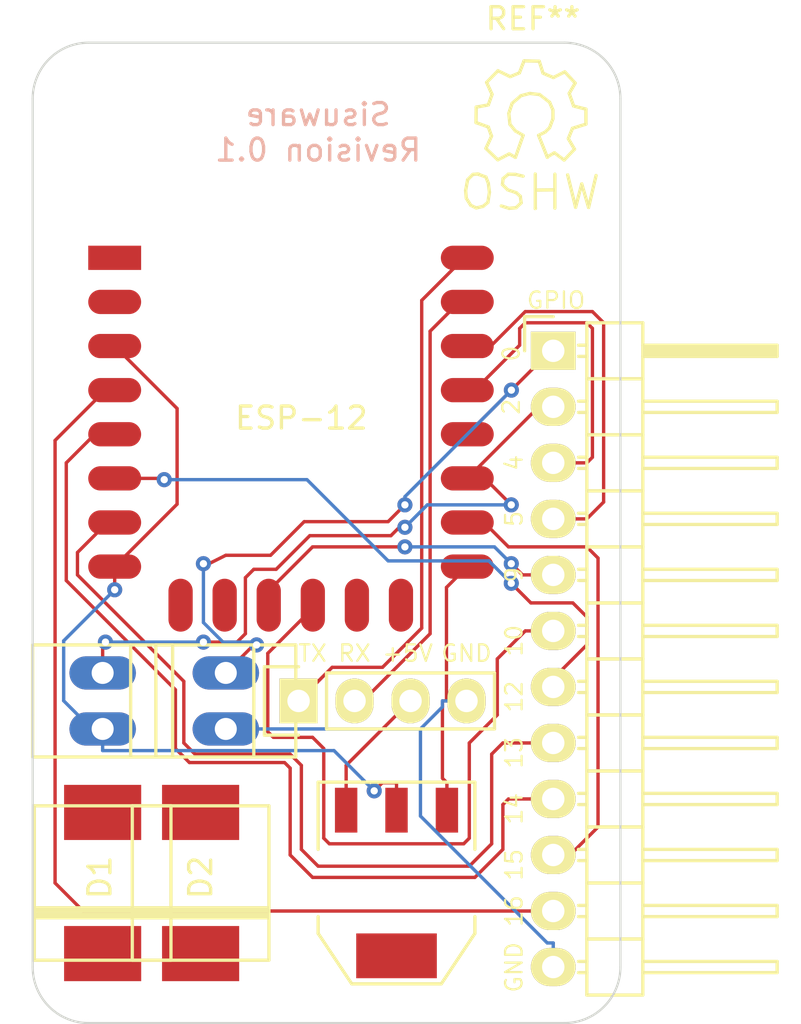
<source format=kicad_pcb>
(kicad_pcb (version 20171130) (host pcbnew "(5.1.12)-1")

  (general
    (thickness 1.6002)
    (drawings 28)
    (tracks 204)
    (zones 0)
    (modules 9)
    (nets 23)
  )

  (page A4)
  (layers
    (0 Top signal)
    (31 Bottom signal)
    (33 F.Adhes user hide)
    (34 B.Paste user hide)
    (35 F.Paste user hide)
    (36 B.SilkS user)
    (37 F.SilkS user)
    (38 B.Mask user hide)
    (39 F.Mask user hide)
    (40 Dwgs.User user hide)
    (41 Cmts.User user hide)
    (42 Eco1.User user)
    (43 Eco2.User user)
    (44 Edge.Cuts user)
    (45 Margin user)
    (47 F.CrtYd user hide)
    (49 F.Fab user)
  )

  (setup
    (last_trace_width 0.1524)
    (trace_clearance 0.1524)
    (zone_clearance 0.508)
    (zone_45_only no)
    (trace_min 0.1524)
    (via_size 0.6858)
    (via_drill 0.3302)
    (via_min_size 0.6858)
    (via_min_drill 0.3302)
    (uvia_size 0.762)
    (uvia_drill 0.508)
    (uvias_allowed no)
    (uvia_min_size 0)
    (uvia_min_drill 0)
    (edge_width 0.1)
    (segment_width 0.2)
    (pcb_text_width 0.3)
    (pcb_text_size 1.5 1.5)
    (mod_edge_width 0.15)
    (mod_text_size 1 1)
    (mod_text_width 0.15)
    (pad_size 1.50622 3.01498)
    (pad_drill 0.99822)
    (pad_to_mask_clearance 0)
    (aux_axis_origin 0 0)
    (visible_elements 7FFFFFFF)
    (pcbplotparams
      (layerselection 0x01030_80000001)
      (usegerberextensions false)
      (usegerberattributes true)
      (usegerberadvancedattributes true)
      (creategerberjobfile true)
      (excludeedgelayer true)
      (linewidth 0.100000)
      (plotframeref false)
      (viasonmask false)
      (mode 1)
      (useauxorigin false)
      (hpglpennumber 1)
      (hpglpenspeed 20)
      (hpglpendiameter 15.000000)
      (psnegative false)
      (psa4output false)
      (plotreference true)
      (plotvalue true)
      (plotinvisibletext false)
      (padsonsilk false)
      (subtractmaskfromsilk false)
      (outputformat 1)
      (mirror false)
      (drillshape 0)
      (scaleselection 1)
      (outputdirectory ""))
  )

  (net 0 "")
  (net 1 GND)
  (net 2 GPIO2)
  (net 3 EN)
  (net 4 GPIO0)
  (net 5 GPIO4)
  (net 6 GPIO5)
  (net 7 GPIO9)
  (net 8 GPIO10)
  (net 9 GPIO12)
  (net 10 GPIO13)
  (net 11 GPIO14)
  (net 12 GPIO15)
  (net 13 GPIO16)
  (net 14 TXD0)
  (net 15 RXD0)
  (net 16 +5V)
  (net 17 "Net-(U2-Pad9)")
  (net 18 "Net-(U2-Pad10)")
  (net 19 "Net-(U2-Pad13)")
  (net 20 "Net-(U2-Pad14)")
  (net 21 RST)
  (net 22 ADC)

  (net_class Default "This is the default net class."
    (clearance 0.1524)
    (trace_width 0.1524)
    (via_dia 0.6858)
    (via_drill 0.3302)
    (uvia_dia 0.762)
    (uvia_drill 0.508)
    (add_net +5V)
    (add_net ADC)
    (add_net EN)
    (add_net GND)
    (add_net GPIO0)
    (add_net GPIO10)
    (add_net GPIO12)
    (add_net GPIO13)
    (add_net GPIO14)
    (add_net GPIO15)
    (add_net GPIO16)
    (add_net GPIO2)
    (add_net GPIO4)
    (add_net GPIO5)
    (add_net GPIO9)
    (add_net "Net-(U2-Pad10)")
    (add_net "Net-(U2-Pad13)")
    (add_net "Net-(U2-Pad14)")
    (add_net "Net-(U2-Pad9)")
    (add_net RST)
    (add_net RXD0)
    (add_net TXD0)
  )

  (module ESP8266:ESP-12E (layer Top) (tedit 5782F033) (tstamp 577FF28A)
    (at 148.501 105.004)
    (descr "Module, ESP-8266, ESP-12, 16 pad, SMD")
    (tags "Module ESP-8266 ESP8266")
    (path /577FEB58)
    (fp_text reference ESP-12 (at 8.4709 7.2644) (layer F.SilkS)
      (effects (font (size 1 1) (thickness 0.15)))
    )
    (fp_text value ESP-12E (at 8 1) (layer F.Fab)
      (effects (font (size 1 1) (thickness 0.15)))
    )
    (fp_line (start 0 -8.4) (end 16 -8.4) (layer F.Fab) (width 0.1524))
    (fp_line (start 0 15.6) (end 0 -8.4) (layer F.Fab) (width 0.1524))
    (fp_line (start 16 15.6) (end 0 15.6) (layer F.Fab) (width 0.1524))
    (fp_line (start 16 -8.4) (end 16 15.6) (layer F.Fab) (width 0.1524))
    (fp_line (start 16 -8.4) (end 0 -8.4) (layer F.CrtYd) (width 0.1524))
    (fp_line (start 16 -2.6) (end 16 -8.4) (layer F.CrtYd) (width 0.1524))
    (fp_line (start 0 -2.6) (end 16 -2.6) (layer F.CrtYd) (width 0.1524))
    (fp_line (start 0 -8.4) (end 0 -2.6) (layer F.CrtYd) (width 0.1524))
    (fp_line (start 0 -8.4) (end 16 -2.6) (layer F.CrtYd) (width 0.1524))
    (fp_line (start 16 -8.4) (end 0 -2.6) (layer F.CrtYd) (width 0.1524))
    (fp_text user "No Copper" (at 7.9 -5.4) (layer F.CrtYd)
      (effects (font (size 1 1) (thickness 0.15)))
    )
    (pad 9 smd oval (at 2.99 15.75 90) (size 2.4 1.1) (layers Top F.Paste F.Mask)
      (net 17 "Net-(U2-Pad9)"))
    (pad 10 smd oval (at 4.99 15.75 90) (size 2.4 1.1) (layers Top F.Paste F.Mask)
      (net 18 "Net-(U2-Pad10)"))
    (pad 11 smd oval (at 6.99 15.75 90) (size 2.4 1.1) (layers Top F.Paste F.Mask)
      (net 7 GPIO9))
    (pad 12 smd oval (at 8.99 15.75 90) (size 2.4 1.1) (layers Top F.Paste F.Mask)
      (net 8 GPIO10))
    (pad 13 smd oval (at 10.99 15.75 90) (size 2.4 1.1) (layers Top F.Paste F.Mask)
      (net 19 "Net-(U2-Pad13)"))
    (pad 14 smd oval (at 12.99 15.75 90) (size 2.4 1.1) (layers Top F.Paste F.Mask)
      (net 20 "Net-(U2-Pad14)"))
    (pad 1 smd rect (at 0 0) (size 2.4 1.1) (layers Top F.Paste F.Mask)
      (net 21 RST))
    (pad 2 smd oval (at 0 2) (size 2.4 1.1) (layers Top F.Paste F.Mask)
      (net 22 ADC))
    (pad 3 smd oval (at 0 4) (size 2.4 1.1) (layers Top F.Paste F.Mask)
      (net 3 EN))
    (pad 4 smd oval (at 0 6) (size 2.4 1.1) (layers Top F.Paste F.Mask)
      (net 13 GPIO16))
    (pad 5 smd oval (at 0 8) (size 2.4 1.1) (layers Top F.Paste F.Mask)
      (net 11 GPIO14))
    (pad 6 smd oval (at 0 10) (size 2.4 1.1) (layers Top F.Paste F.Mask)
      (net 9 GPIO12))
    (pad 7 smd oval (at 0 12) (size 2.4 1.1) (layers Top F.Paste F.Mask)
      (net 10 GPIO13))
    (pad 8 smd oval (at 0 14) (size 2.4 1.1) (layers Top F.Paste F.Mask)
      (net 3 EN))
    (pad 15 smd oval (at 16 14) (size 2.4 1.1) (layers Top F.Paste F.Mask)
      (net 1 GND))
    (pad 16 smd oval (at 16 12) (size 2.4 1.1) (layers Top F.Paste F.Mask)
      (net 12 GPIO15))
    (pad 17 smd oval (at 16 10) (size 2.4 1.1) (layers Top F.Paste F.Mask)
      (net 2 GPIO2))
    (pad 18 smd oval (at 16 8) (size 2.4 1.1) (layers Top F.Paste F.Mask)
      (net 4 GPIO0))
    (pad 19 smd oval (at 16 6) (size 2.4 1.1) (layers Top F.Paste F.Mask)
      (net 5 GPIO4))
    (pad 20 smd oval (at 16 4) (size 2.4 1.1) (layers Top F.Paste F.Mask)
      (net 6 GPIO5))
    (pad 21 smd oval (at 16 2) (size 2.4 1.1) (layers Top F.Paste F.Mask)
      (net 15 RXD0))
    (pad 22 smd oval (at 16 0) (size 2.4 1.1) (layers Top F.Paste F.Mask)
      (net 14 TXD0))
    (model ${ESPLIB}/ESP8266.3dshapes/ESP-12.wrl
      (offset (xyz 1.015999984741211 0 0))
      (scale (xyz 0.3937 0.3937 0.3937))
      (rotate (xyz 0 0 0))
    )
  )

  (module Pin_Headers:Pin_Header_Angled_1x12 (layer Top) (tedit 57830447) (tstamp 577FF260)
    (at 168.402 109.22)
    (descr "Through hole pin header")
    (tags "pin header")
    (path /577FEEC1)
    (fp_text reference P1 (at -0.508 -2.286) (layer F.SilkS) hide
      (effects (font (size 1 1) (thickness 0.15)))
    )
    (fp_text value CONN_01X12 (at 0 -3.1) (layer F.Fab)
      (effects (font (size 1 1) (thickness 0.15)))
    )
    (fp_line (start 1.524 3.81) (end 4.064 3.81) (layer F.SilkS) (width 0.15))
    (fp_line (start 1.524 3.81) (end 1.524 6.35) (layer F.SilkS) (width 0.15))
    (fp_line (start 1.524 6.35) (end 4.064 6.35) (layer F.SilkS) (width 0.15))
    (fp_line (start 4.064 4.826) (end 10.16 4.826) (layer F.SilkS) (width 0.15))
    (fp_line (start 10.16 4.826) (end 10.16 5.334) (layer F.SilkS) (width 0.15))
    (fp_line (start 10.16 5.334) (end 4.064 5.334) (layer F.SilkS) (width 0.15))
    (fp_line (start 4.064 6.35) (end 4.064 3.81) (layer F.SilkS) (width 0.15))
    (fp_line (start 4.064 8.89) (end 4.064 6.35) (layer F.SilkS) (width 0.15))
    (fp_line (start 10.16 7.874) (end 4.064 7.874) (layer F.SilkS) (width 0.15))
    (fp_line (start 10.16 7.366) (end 10.16 7.874) (layer F.SilkS) (width 0.15))
    (fp_line (start 4.064 7.366) (end 10.16 7.366) (layer F.SilkS) (width 0.15))
    (fp_line (start 1.524 8.89) (end 4.064 8.89) (layer F.SilkS) (width 0.15))
    (fp_line (start 1.524 6.35) (end 1.524 8.89) (layer F.SilkS) (width 0.15))
    (fp_line (start 1.524 6.35) (end 4.064 6.35) (layer F.SilkS) (width 0.15))
    (fp_line (start 1.524 11.43) (end 4.064 11.43) (layer F.SilkS) (width 0.15))
    (fp_line (start 1.524 11.43) (end 1.524 13.97) (layer F.SilkS) (width 0.15))
    (fp_line (start 1.524 13.97) (end 4.064 13.97) (layer F.SilkS) (width 0.15))
    (fp_line (start 4.064 12.446) (end 10.16 12.446) (layer F.SilkS) (width 0.15))
    (fp_line (start 10.16 12.446) (end 10.16 12.954) (layer F.SilkS) (width 0.15))
    (fp_line (start 10.16 12.954) (end 4.064 12.954) (layer F.SilkS) (width 0.15))
    (fp_line (start 4.064 13.97) (end 4.064 11.43) (layer F.SilkS) (width 0.15))
    (fp_line (start 4.064 11.43) (end 4.064 8.89) (layer F.SilkS) (width 0.15))
    (fp_line (start 10.16 10.414) (end 4.064 10.414) (layer F.SilkS) (width 0.15))
    (fp_line (start 10.16 9.906) (end 10.16 10.414) (layer F.SilkS) (width 0.15))
    (fp_line (start 4.064 9.906) (end 10.16 9.906) (layer F.SilkS) (width 0.15))
    (fp_line (start 1.524 11.43) (end 4.064 11.43) (layer F.SilkS) (width 0.15))
    (fp_line (start 1.524 8.89) (end 1.524 11.43) (layer F.SilkS) (width 0.15))
    (fp_line (start 1.524 8.89) (end 4.064 8.89) (layer F.SilkS) (width 0.15))
    (fp_line (start 1.524 -1.27) (end 1.524 1.27) (layer F.SilkS) (width 0.15))
    (fp_line (start 1.524 1.27) (end 4.064 1.27) (layer F.SilkS) (width 0.15))
    (fp_line (start 4.064 -0.254) (end 10.16 -0.254) (layer F.SilkS) (width 0.15))
    (fp_line (start 10.16 -0.254) (end 10.16 0.254) (layer F.SilkS) (width 0.15))
    (fp_line (start 10.16 0.254) (end 4.064 0.254) (layer F.SilkS) (width 0.15))
    (fp_line (start 4.064 1.27) (end 4.064 -1.27) (layer F.SilkS) (width 0.15))
    (fp_line (start 4.064 3.81) (end 4.064 1.27) (layer F.SilkS) (width 0.15))
    (fp_line (start 10.16 2.794) (end 4.064 2.794) (layer F.SilkS) (width 0.15))
    (fp_line (start 10.16 2.286) (end 10.16 2.794) (layer F.SilkS) (width 0.15))
    (fp_line (start 4.064 2.286) (end 10.16 2.286) (layer F.SilkS) (width 0.15))
    (fp_line (start 1.524 3.81) (end 4.064 3.81) (layer F.SilkS) (width 0.15))
    (fp_line (start 1.524 1.27) (end 1.524 3.81) (layer F.SilkS) (width 0.15))
    (fp_line (start 1.524 1.27) (end 4.064 1.27) (layer F.SilkS) (width 0.15))
    (fp_line (start 1.524 -1.27) (end 4.064 -1.27) (layer F.SilkS) (width 0.15))
    (fp_line (start 1.524 24.13) (end 4.064 24.13) (layer F.SilkS) (width 0.15))
    (fp_line (start 1.524 24.13) (end 1.524 26.67) (layer F.SilkS) (width 0.15))
    (fp_line (start 1.524 26.67) (end 4.064 26.67) (layer F.SilkS) (width 0.15))
    (fp_line (start 4.064 25.146) (end 10.16 25.146) (layer F.SilkS) (width 0.15))
    (fp_line (start 10.16 25.146) (end 10.16 25.654) (layer F.SilkS) (width 0.15))
    (fp_line (start 10.16 25.654) (end 4.064 25.654) (layer F.SilkS) (width 0.15))
    (fp_line (start 4.064 26.67) (end 4.064 24.13) (layer F.SilkS) (width 0.15))
    (fp_line (start 4.064 29.21) (end 4.064 26.67) (layer F.SilkS) (width 0.15))
    (fp_line (start 10.16 28.194) (end 4.064 28.194) (layer F.SilkS) (width 0.15))
    (fp_line (start 10.16 27.686) (end 10.16 28.194) (layer F.SilkS) (width 0.15))
    (fp_line (start 4.064 27.686) (end 10.16 27.686) (layer F.SilkS) (width 0.15))
    (fp_line (start 1.524 29.21) (end 4.064 29.21) (layer F.SilkS) (width 0.15))
    (fp_line (start 1.524 26.67) (end 1.524 29.21) (layer F.SilkS) (width 0.15))
    (fp_line (start 1.524 26.67) (end 4.064 26.67) (layer F.SilkS) (width 0.15))
    (fp_line (start 1.524 19.05) (end 4.064 19.05) (layer F.SilkS) (width 0.15))
    (fp_line (start 1.524 19.05) (end 1.524 21.59) (layer F.SilkS) (width 0.15))
    (fp_line (start 1.524 21.59) (end 4.064 21.59) (layer F.SilkS) (width 0.15))
    (fp_line (start 4.064 20.066) (end 10.16 20.066) (layer F.SilkS) (width 0.15))
    (fp_line (start 10.16 20.066) (end 10.16 20.574) (layer F.SilkS) (width 0.15))
    (fp_line (start 10.16 20.574) (end 4.064 20.574) (layer F.SilkS) (width 0.15))
    (fp_line (start 4.064 21.59) (end 4.064 19.05) (layer F.SilkS) (width 0.15))
    (fp_line (start 4.064 24.13) (end 4.064 21.59) (layer F.SilkS) (width 0.15))
    (fp_line (start 10.16 23.114) (end 4.064 23.114) (layer F.SilkS) (width 0.15))
    (fp_line (start 10.16 22.606) (end 10.16 23.114) (layer F.SilkS) (width 0.15))
    (fp_line (start 4.064 22.606) (end 10.16 22.606) (layer F.SilkS) (width 0.15))
    (fp_line (start 1.524 24.13) (end 4.064 24.13) (layer F.SilkS) (width 0.15))
    (fp_line (start 1.524 21.59) (end 1.524 24.13) (layer F.SilkS) (width 0.15))
    (fp_line (start 1.524 21.59) (end 4.064 21.59) (layer F.SilkS) (width 0.15))
    (fp_line (start 1.524 16.51) (end 4.064 16.51) (layer F.SilkS) (width 0.15))
    (fp_line (start 1.524 16.51) (end 1.524 19.05) (layer F.SilkS) (width 0.15))
    (fp_line (start 1.524 19.05) (end 4.064 19.05) (layer F.SilkS) (width 0.15))
    (fp_line (start 4.064 17.526) (end 10.16 17.526) (layer F.SilkS) (width 0.15))
    (fp_line (start 10.16 17.526) (end 10.16 18.034) (layer F.SilkS) (width 0.15))
    (fp_line (start 10.16 18.034) (end 4.064 18.034) (layer F.SilkS) (width 0.15))
    (fp_line (start 4.064 19.05) (end 4.064 16.51) (layer F.SilkS) (width 0.15))
    (fp_line (start 4.064 16.51) (end 4.064 13.97) (layer F.SilkS) (width 0.15))
    (fp_line (start 10.16 15.494) (end 4.064 15.494) (layer F.SilkS) (width 0.15))
    (fp_line (start 10.16 14.986) (end 10.16 15.494) (layer F.SilkS) (width 0.15))
    (fp_line (start 4.064 14.986) (end 10.16 14.986) (layer F.SilkS) (width 0.15))
    (fp_line (start 1.524 16.51) (end 4.064 16.51) (layer F.SilkS) (width 0.15))
    (fp_line (start 1.524 13.97) (end 1.524 16.51) (layer F.SilkS) (width 0.15))
    (fp_line (start 1.524 13.97) (end 4.064 13.97) (layer F.SilkS) (width 0.15))
    (fp_line (start 1.524 7.366) (end 1.143 7.366) (layer F.SilkS) (width 0.15))
    (fp_line (start 1.524 7.874) (end 1.143 7.874) (layer F.SilkS) (width 0.15))
    (fp_line (start 1.524 9.906) (end 1.143 9.906) (layer F.SilkS) (width 0.15))
    (fp_line (start 1.524 10.414) (end 1.143 10.414) (layer F.SilkS) (width 0.15))
    (fp_line (start 1.524 12.446) (end 1.143 12.446) (layer F.SilkS) (width 0.15))
    (fp_line (start 1.524 12.954) (end 1.143 12.954) (layer F.SilkS) (width 0.15))
    (fp_line (start 1.524 14.986) (end 1.143 14.986) (layer F.SilkS) (width 0.15))
    (fp_line (start 1.524 15.494) (end 1.143 15.494) (layer F.SilkS) (width 0.15))
    (fp_line (start 1.524 5.334) (end 1.143 5.334) (layer F.SilkS) (width 0.15))
    (fp_line (start 1.524 4.826) (end 1.143 4.826) (layer F.SilkS) (width 0.15))
    (fp_line (start 1.524 2.794) (end 1.143 2.794) (layer F.SilkS) (width 0.15))
    (fp_line (start 1.524 2.286) (end 1.143 2.286) (layer F.SilkS) (width 0.15))
    (fp_line (start 1.524 0.254) (end 1.143 0.254) (layer F.SilkS) (width 0.15))
    (fp_line (start 1.524 -0.254) (end 1.143 -0.254) (layer F.SilkS) (width 0.15))
    (fp_line (start 1.524 27.686) (end 1.143 27.686) (layer F.SilkS) (width 0.15))
    (fp_line (start 1.524 28.194) (end 1.143 28.194) (layer F.SilkS) (width 0.15))
    (fp_line (start 1.524 25.654) (end 1.143 25.654) (layer F.SilkS) (width 0.15))
    (fp_line (start 1.524 25.146) (end 1.143 25.146) (layer F.SilkS) (width 0.15))
    (fp_line (start 1.524 23.114) (end 1.143 23.114) (layer F.SilkS) (width 0.15))
    (fp_line (start 1.524 22.606) (end 1.143 22.606) (layer F.SilkS) (width 0.15))
    (fp_line (start 1.524 20.574) (end 1.143 20.574) (layer F.SilkS) (width 0.15))
    (fp_line (start 1.524 20.066) (end 1.143 20.066) (layer F.SilkS) (width 0.15))
    (fp_line (start 1.524 18.034) (end 1.143 18.034) (layer F.SilkS) (width 0.15))
    (fp_line (start 1.524 17.526) (end 1.143 17.526) (layer F.SilkS) (width 0.15))
    (fp_line (start 4.191 0) (end 10.033 0) (layer F.SilkS) (width 0.15))
    (fp_line (start 4.191 0.127) (end 4.191 0) (layer F.SilkS) (width 0.15))
    (fp_line (start 10.033 0.127) (end 4.191 0.127) (layer F.SilkS) (width 0.15))
    (fp_line (start 10.033 -0.127) (end 10.033 0.127) (layer F.SilkS) (width 0.15))
    (fp_line (start 4.191 -0.127) (end 10.033 -0.127) (layer F.SilkS) (width 0.15))
    (fp_line (start 0 -1.55) (end -1.3 -1.55) (layer F.SilkS) (width 0.15))
    (fp_line (start -1.3 -1.55) (end -1.3 0) (layer F.SilkS) (width 0.15))
    (fp_line (start -1.5 29.7) (end 10.65 29.7) (layer F.CrtYd) (width 0.05))
    (fp_line (start -1.5 -1.75) (end 10.65 -1.75) (layer F.CrtYd) (width 0.05))
    (fp_line (start 10.65 -1.75) (end 10.65 29.7) (layer F.CrtYd) (width 0.05))
    (fp_line (start -1.5 -1.75) (end -1.5 29.7) (layer F.CrtYd) (width 0.05))
    (pad 1 thru_hole rect (at 0 0) (size 2.032 1.7272) (drill 1.016) (layers *.Cu *.Mask F.SilkS)
      (net 4 GPIO0))
    (pad 2 thru_hole oval (at 0 2.54) (size 2.032 1.7272) (drill 1.016) (layers *.Cu *.Mask F.SilkS)
      (net 2 GPIO2))
    (pad 3 thru_hole oval (at 0 5.08) (size 2.032 1.7272) (drill 1.016) (layers *.Cu *.Mask F.SilkS)
      (net 5 GPIO4))
    (pad 4 thru_hole oval (at 0 7.62) (size 2.032 1.7272) (drill 1.016) (layers *.Cu *.Mask F.SilkS)
      (net 6 GPIO5))
    (pad 5 thru_hole oval (at 0 10.16) (size 2.032 1.7272) (drill 1.016) (layers *.Cu *.Mask F.SilkS)
      (net 7 GPIO9))
    (pad 6 thru_hole oval (at 0 12.7) (size 2.032 1.7272) (drill 1.016) (layers *.Cu *.Mask F.SilkS)
      (net 8 GPIO10))
    (pad 7 thru_hole oval (at 0 15.24) (size 2.032 1.7272) (drill 1.016) (layers *.Cu *.Mask F.SilkS)
      (net 9 GPIO12))
    (pad 8 thru_hole oval (at 0 17.78) (size 2.032 1.7272) (drill 1.016) (layers *.Cu *.Mask F.SilkS)
      (net 10 GPIO13))
    (pad 9 thru_hole oval (at 0 20.32) (size 2.032 1.7272) (drill 1.016) (layers *.Cu *.Mask F.SilkS)
      (net 11 GPIO14))
    (pad 10 thru_hole oval (at 0 22.86) (size 2.032 1.7272) (drill 1.016) (layers *.Cu *.Mask F.SilkS)
      (net 12 GPIO15))
    (pad 11 thru_hole oval (at 0 25.4) (size 2.032 1.7272) (drill 1.016) (layers *.Cu *.Mask F.SilkS)
      (net 13 GPIO16))
    (pad 12 thru_hole oval (at 0 27.94) (size 2.032 1.7272) (drill 1.016) (layers *.Cu *.Mask F.SilkS)
      (net 1 GND))
    (model Pin_Headers.3dshapes/Pin_Header_Angled_1x12.wrl
      (offset (xyz 0 -13.96999979019165 0))
      (scale (xyz 1 1 1))
      (rotate (xyz 0 0 90))
    )
  )

  (module Diodes:DIODE_DO214AB-SMC (layer Top) (tedit 5782EF99) (tstamp 577FF244)
    (at 152.4 133.35 180)
    (path /577F3C4F)
    (fp_text reference D2 (at 0 0.254 270) (layer F.SilkS)
      (effects (font (size 1 1) (thickness 0.15)))
    )
    (fp_text value D (at -4 0 270) (layer F.Fab) hide
      (effects (font (size 1 1) (thickness 0.15)))
    )
    (fp_line (start 3 -1.5) (end -3 -1.5) (layer F.SilkS) (width 0.3))
    (fp_line (start -3.1 3.5) (end -3.1 -3.5) (layer F.SilkS) (width 0.15))
    (fp_line (start 3.1 3.5) (end -3.1 3.5) (layer F.SilkS) (width 0.15))
    (fp_line (start 3.1 -3.5) (end 3.1 3.5) (layer F.SilkS) (width 0.15))
    (fp_line (start -3.1 -3.5) (end 3.1 -3.5) (layer F.SilkS) (width 0.15))
    (fp_line (start 3 -1.2) (end -3 -1.2) (layer F.SilkS) (width 0.3))
    (pad C smd rect (at 0 -3.2 180) (size 3.5 2.5) (layers Top F.Paste F.Mask))
    (pad A smd rect (at 0 3.2 180) (size 3.5 2.5) (layers Top F.Paste F.Mask))
  )

  (module Diodes:DIODE_DO214AB-SMC (layer Top) (tedit 5782EF9B) (tstamp 577FF23E)
    (at 147.955 133.35 180)
    (path /577F3D19)
    (fp_text reference D1 (at 0.127 0.254 270) (layer F.SilkS)
      (effects (font (size 1 1) (thickness 0.15)))
    )
    (fp_text value D (at -4 0 270) (layer F.Fab) hide
      (effects (font (size 1 1) (thickness 0.15)))
    )
    (fp_line (start 3 -1.5) (end -3 -1.5) (layer F.SilkS) (width 0.3))
    (fp_line (start -3.1 3.5) (end -3.1 -3.5) (layer F.SilkS) (width 0.15))
    (fp_line (start 3.1 3.5) (end -3.1 3.5) (layer F.SilkS) (width 0.15))
    (fp_line (start 3.1 -3.5) (end 3.1 3.5) (layer F.SilkS) (width 0.15))
    (fp_line (start -3.1 -3.5) (end 3.1 -3.5) (layer F.SilkS) (width 0.15))
    (fp_line (start 3 -1.2) (end -3 -1.2) (layer F.SilkS) (width 0.3))
    (pad C smd rect (at 0 -3.2 180) (size 3.5 2.5) (layers Top F.Paste F.Mask))
    (pad A smd rect (at 0 3.2 180) (size 3.5 2.5) (layers Top F.Paste F.Mask))
  )

  (module Connect:PINHEAD1-2 (layer Top) (tedit 578304EA) (tstamp 577FF24A)
    (at 153.543 125.095 270)
    (path /577F2FF3)
    (attr virtual)
    (fp_text reference F1 (at -0.127 -1.778 270) (layer F.SilkS) hide
      (effects (font (size 1 1) (thickness 0.15)))
    )
    (fp_text value JUMPER (at 0 3.81 270) (layer F.Fab)
      (effects (font (size 1 1) (thickness 0.15)))
    )
    (fp_line (start 2.54 -3.175) (end 2.54 3.175) (layer F.SilkS) (width 0.15))
    (fp_line (start -2.54 -3.175) (end -2.54 3.175) (layer F.SilkS) (width 0.15))
    (fp_line (start -2.54 -3.175) (end 2.54 -3.175) (layer F.SilkS) (width 0.15))
    (fp_line (start 2.54 3.175) (end -2.54 3.175) (layer F.SilkS) (width 0.15))
    (fp_line (start 2.54 -1.27) (end -2.54 -1.27) (layer F.SilkS) (width 0.15))
    (pad 1 thru_hole oval (at -1.27 0 270) (size 1.50622 3.01498) (drill 0.99822) (layers *.Cu *.Mask)
      (net 4 GPIO0))
    (pad 2 thru_hole oval (at 1.27 0 270) (size 1.50622 3.01498) (drill 0.99822) (layers *.Cu *.Mask)
      (net 1 GND))
  )

  (module Connect:PINHEAD1-2 (layer Top) (tedit 5783043E) (tstamp 577FF250)
    (at 147.955 125.095 270)
    (path /577F3EB2)
    (attr virtual)
    (fp_text reference F2 (at 0.127 2.159 270) (layer F.SilkS) hide
      (effects (font (size 1 1) (thickness 0.15)))
    )
    (fp_text value JUMPER (at 0 3.81 270) (layer F.Fab)
      (effects (font (size 1 1) (thickness 0.15)))
    )
    (fp_line (start 2.54 -3.175) (end 2.54 3.175) (layer F.SilkS) (width 0.15))
    (fp_line (start -2.54 -3.175) (end -2.54 3.175) (layer F.SilkS) (width 0.15))
    (fp_line (start -2.54 -3.175) (end 2.54 -3.175) (layer F.SilkS) (width 0.15))
    (fp_line (start 2.54 3.175) (end -2.54 3.175) (layer F.SilkS) (width 0.15))
    (fp_line (start 2.54 -1.27) (end -2.54 -1.27) (layer F.SilkS) (width 0.15))
    (pad 1 thru_hole oval (at -1.27 0 270) (size 1.50622 3.01498) (drill 0.99822) (layers *.Cu *.Mask)
      (net 2 GPIO2))
    (pad 2 thru_hole oval (at 1.27 0 270) (size 1.50622 3.01498) (drill 0.99822) (layers *.Cu *.Mask)
      (net 3 EN))
  )

  (module Pin_Headers:Pin_Header_Straight_1x04 (layer Top) (tedit 57830437) (tstamp 577FF268)
    (at 156.845 125.095 90)
    (descr "Through hole pin header")
    (tags "pin header")
    (path /577FEF8B)
    (fp_text reference P2 (at 1.905 4.953 180) (layer F.SilkS) hide
      (effects (font (size 1 1) (thickness 0.15)))
    )
    (fp_text value UART (at 0 -3.1 90) (layer F.Fab)
      (effects (font (size 1 1) (thickness 0.15)))
    )
    (fp_line (start -1.55 -1.55) (end 1.55 -1.55) (layer F.SilkS) (width 0.15))
    (fp_line (start -1.55 0) (end -1.55 -1.55) (layer F.SilkS) (width 0.15))
    (fp_line (start 1.27 1.27) (end -1.27 1.27) (layer F.SilkS) (width 0.15))
    (fp_line (start -1.27 8.89) (end 1.27 8.89) (layer F.SilkS) (width 0.15))
    (fp_line (start 1.55 -1.55) (end 1.55 0) (layer F.SilkS) (width 0.15))
    (fp_line (start 1.27 1.27) (end 1.27 8.89) (layer F.SilkS) (width 0.15))
    (fp_line (start -1.27 1.27) (end -1.27 8.89) (layer F.SilkS) (width 0.15))
    (fp_line (start -1.75 9.4) (end 1.75 9.4) (layer F.CrtYd) (width 0.05))
    (fp_line (start -1.75 -1.75) (end 1.75 -1.75) (layer F.CrtYd) (width 0.05))
    (fp_line (start 1.75 -1.75) (end 1.75 9.4) (layer F.CrtYd) (width 0.05))
    (fp_line (start -1.75 -1.75) (end -1.75 9.4) (layer F.CrtYd) (width 0.05))
    (pad 1 thru_hole rect (at 0 0 90) (size 2.032 1.7272) (drill 1.016) (layers *.Cu *.Mask F.SilkS)
      (net 14 TXD0))
    (pad 2 thru_hole oval (at 0 2.54 90) (size 2.032 1.7272) (drill 1.016) (layers *.Cu *.Mask F.SilkS)
      (net 15 RXD0))
    (pad 3 thru_hole oval (at 0 5.08 90) (size 2.032 1.7272) (drill 1.016) (layers *.Cu *.Mask F.SilkS)
      (net 16 +5V))
    (pad 4 thru_hole oval (at 0 7.62 90) (size 2.032 1.7272) (drill 1.016) (layers *.Cu *.Mask F.SilkS)
      (net 1 GND))
    (model Pin_Headers.3dshapes/Pin_Header_Straight_1x04.wrl
      (offset (xyz 0 -3.809999942779541 0))
      (scale (xyz 1 1 1))
      (rotate (xyz 0 0 90))
    )
  )

  (module TO_SOT_Packages_SMD:SOT-223 (layer Top) (tedit 57830429) (tstamp 577FF270)
    (at 161.29 133.35 180)
    (descr "module CMS SOT223 4 pins")
    (tags "CMS SOT")
    (path /577F2F34)
    (attr smd)
    (fp_text reference U1 (at 0 -0.762 180) (layer F.SilkS) hide
      (effects (font (size 1 1) (thickness 0.15)))
    )
    (fp_text value LD1117S33TR (at 0 0.762 180) (layer F.Fab)
      (effects (font (size 1 1) (thickness 0.15)))
    )
    (fp_line (start 3.556 -2.286) (end 3.556 -1.524) (layer F.SilkS) (width 0.15))
    (fp_line (start 2.032 -4.572) (end 3.556 -2.286) (layer F.SilkS) (width 0.15))
    (fp_line (start -2.032 -4.572) (end 2.032 -4.572) (layer F.SilkS) (width 0.15))
    (fp_line (start -3.556 -2.286) (end -2.032 -4.572) (layer F.SilkS) (width 0.15))
    (fp_line (start -3.556 -1.524) (end -3.556 -2.286) (layer F.SilkS) (width 0.15))
    (fp_line (start 3.556 4.572) (end 3.556 1.524) (layer F.SilkS) (width 0.15))
    (fp_line (start -3.556 4.572) (end 3.556 4.572) (layer F.SilkS) (width 0.15))
    (fp_line (start -3.556 1.524) (end -3.556 4.572) (layer F.SilkS) (width 0.15))
    (pad 4 smd rect (at 0 -3.302 180) (size 3.6576 2.032) (layers Top F.Paste F.Mask))
    (pad 2 smd rect (at 0 3.302 180) (size 1.016 2.032) (layers Top F.Paste F.Mask)
      (net 3 EN))
    (pad 3 smd rect (at 2.286 3.302 180) (size 1.016 2.032) (layers Top F.Paste F.Mask)
      (net 16 +5V))
    (pad 1 smd rect (at -2.286 3.302 180) (size 1.016 2.032) (layers Top F.Paste F.Mask)
      (net 1 GND))
    (model TO_SOT_Packages_SMD.3dshapes/SOT-223.wrl
      (at (xyz 0 0 0))
      (scale (xyz 0.4 0.4 0.4))
      (rotate (xyz 0 0 0))
    )
  )

  (module Symbols:Symbol_OSHW-Logo_SilkScreen (layer Top) (tedit 0) (tstamp 5782F165)
    (at 167.386 98.552)
    (descr "Symbol, OSHW-Logo, Silk Screen,")
    (tags "Symbol, OSHW-Logo, Silk Screen,")
    (fp_text reference REF** (at 0.09906 -4.38912) (layer F.SilkS)
      (effects (font (size 1 1) (thickness 0.15)))
    )
    (fp_text value Symbol_OSHW-Logo_SilkScreen (at 0.30988 6.56082) (layer F.Fab)
      (effects (font (size 1 1) (thickness 0.15)))
    )
    (fp_line (start 0.35052 0.89916) (end 0.7493 1.89992) (layer F.SilkS) (width 0.15))
    (fp_line (start -0.35052 0.89916) (end -0.70104 1.89992) (layer F.SilkS) (width 0.15))
    (fp_line (start -0.70104 0.70104) (end -0.35052 0.89916) (layer F.SilkS) (width 0.15))
    (fp_line (start -0.94996 0.39878) (end -0.70104 0.70104) (layer F.SilkS) (width 0.15))
    (fp_line (start -1.00076 -0.09906) (end -0.94996 0.39878) (layer F.SilkS) (width 0.15))
    (fp_line (start -0.8509 -0.55118) (end -1.00076 -0.09906) (layer F.SilkS) (width 0.15))
    (fp_line (start -0.44958 -0.89916) (end -0.8509 -0.55118) (layer F.SilkS) (width 0.15))
    (fp_line (start -0.0508 -1.00076) (end -0.44958 -0.89916) (layer F.SilkS) (width 0.15))
    (fp_line (start 0.39878 -0.94996) (end -0.0508 -1.00076) (layer F.SilkS) (width 0.15))
    (fp_line (start 0.8509 -0.59944) (end 0.39878 -0.94996) (layer F.SilkS) (width 0.15))
    (fp_line (start 1.00076 -0.24892) (end 0.8509 -0.59944) (layer F.SilkS) (width 0.15))
    (fp_line (start 1.00076 0.14986) (end 1.00076 -0.24892) (layer F.SilkS) (width 0.15))
    (fp_line (start 0.8509 0.55118) (end 1.00076 0.14986) (layer F.SilkS) (width 0.15))
    (fp_line (start 0.65024 0.7493) (end 0.8509 0.55118) (layer F.SilkS) (width 0.15))
    (fp_line (start 0.35052 0.89916) (end 0.65024 0.7493) (layer F.SilkS) (width 0.15))
    (fp_line (start -1.9304 0.5207) (end -1.7907 0.91948) (layer F.SilkS) (width 0.15))
    (fp_line (start -2.4892 0.32004) (end -1.9304 0.5207) (layer F.SilkS) (width 0.15))
    (fp_line (start -2.47904 -0.381) (end -2.4892 0.32004) (layer F.SilkS) (width 0.15))
    (fp_line (start -1.9304 -0.48006) (end -2.47904 -0.381) (layer F.SilkS) (width 0.15))
    (fp_line (start -1.76022 -0.96012) (end -1.9304 -0.48006) (layer F.SilkS) (width 0.15))
    (fp_line (start -2.00914 -1.50114) (end -1.76022 -0.96012) (layer F.SilkS) (width 0.15))
    (fp_line (start -1.49098 -2.02946) (end -2.00914 -1.50114) (layer F.SilkS) (width 0.15))
    (fp_line (start -0.9398 -1.76022) (end -1.49098 -2.02946) (layer F.SilkS) (width 0.15))
    (fp_line (start -0.5207 -1.9304) (end -0.9398 -1.76022) (layer F.SilkS) (width 0.15))
    (fp_line (start -0.30988 -2.47904) (end -0.5207 -1.9304) (layer F.SilkS) (width 0.15))
    (fp_line (start 0.381 -2.46126) (end -0.30988 -2.47904) (layer F.SilkS) (width 0.15))
    (fp_line (start 0.55118 -1.92024) (end 0.381 -2.46126) (layer F.SilkS) (width 0.15))
    (fp_line (start 1.02108 -1.71958) (end 0.55118 -1.92024) (layer F.SilkS) (width 0.15))
    (fp_line (start 1.53924 -1.9812) (end 1.02108 -1.71958) (layer F.SilkS) (width 0.15))
    (fp_line (start 2.00914 -1.47066) (end 1.53924 -1.9812) (layer F.SilkS) (width 0.15))
    (fp_line (start 1.7399 -1.00076) (end 2.00914 -1.47066) (layer F.SilkS) (width 0.15))
    (fp_line (start 1.94056 -0.42926) (end 1.7399 -1.00076) (layer F.SilkS) (width 0.15))
    (fp_line (start 2.49936 -0.28956) (end 1.94056 -0.42926) (layer F.SilkS) (width 0.15))
    (fp_line (start 2.49936 0.39116) (end 2.49936 -0.28956) (layer F.SilkS) (width 0.15))
    (fp_line (start 1.88976 0.57912) (end 2.49936 0.39116) (layer F.SilkS) (width 0.15))
    (fp_line (start 1.69926 1.04902) (end 1.88976 0.57912) (layer F.SilkS) (width 0.15))
    (fp_line (start 1.9812 1.52908) (end 1.69926 1.04902) (layer F.SilkS) (width 0.15))
    (fp_line (start 1.50876 2.0193) (end 1.9812 1.52908) (layer F.SilkS) (width 0.15))
    (fp_line (start 1.06934 1.6891) (end 1.50876 2.0193) (layer F.SilkS) (width 0.15))
    (fp_line (start 0.73914 1.8796) (end 1.06934 1.6891) (layer F.SilkS) (width 0.15))
    (fp_line (start -0.98044 1.7399) (end -0.70104 1.89992) (layer F.SilkS) (width 0.15))
    (fp_line (start -1.50114 2.00914) (end -0.98044 1.7399) (layer F.SilkS) (width 0.15))
    (fp_line (start -2.03962 1.49098) (end -1.50114 2.00914) (layer F.SilkS) (width 0.15))
    (fp_line (start -1.78054 0.92964) (end -2.03962 1.49098) (layer F.SilkS) (width 0.15))
    (fp_line (start -2.03962 2.78892) (end -2.4003 2.65938) (layer F.SilkS) (width 0.15))
    (fp_line (start -1.9304 3.07086) (end -2.03962 2.78892) (layer F.SilkS) (width 0.15))
    (fp_line (start -1.8796 3.4798) (end -1.9304 3.07086) (layer F.SilkS) (width 0.15))
    (fp_line (start -1.95072 3.93954) (end -1.8796 3.4798) (layer F.SilkS) (width 0.15))
    (fp_line (start -2.16916 4.11988) (end -1.95072 3.93954) (layer F.SilkS) (width 0.15))
    (fp_line (start -2.47904 4.191) (end -2.16916 4.11988) (layer F.SilkS) (width 0.15))
    (fp_line (start -2.7305 4.06908) (end -2.47904 4.191) (layer F.SilkS) (width 0.15))
    (fp_line (start -2.93116 3.74904) (end -2.7305 4.06908) (layer F.SilkS) (width 0.15))
    (fp_line (start -2.9591 3.40106) (end -2.93116 3.74904) (layer F.SilkS) (width 0.15))
    (fp_line (start -2.8702 2.91084) (end -2.9591 3.40106) (layer F.SilkS) (width 0.15))
    (fp_line (start -2.6289 2.66954) (end -2.8702 2.91084) (layer F.SilkS) (width 0.15))
    (fp_line (start -2.37998 2.64922) (end -2.6289 2.66954) (layer F.SilkS) (width 0.15))
    (fp_line (start -0.9906 4.20878) (end -1.34112 4.09956) (layer F.SilkS) (width 0.15))
    (fp_line (start -0.67056 4.18084) (end -0.9906 4.20878) (layer F.SilkS) (width 0.15))
    (fp_line (start -0.43942 3.95986) (end -0.67056 4.18084) (layer F.SilkS) (width 0.15))
    (fp_line (start -0.48006 3.66014) (end -0.43942 3.95986) (layer F.SilkS) (width 0.15))
    (fp_line (start -0.6604 3.50012) (end -0.48006 3.66014) (layer F.SilkS) (width 0.15))
    (fp_line (start -1.04902 3.37058) (end -0.6604 3.50012) (layer F.SilkS) (width 0.15))
    (fp_line (start -1.29032 3.12928) (end -1.04902 3.37058) (layer F.SilkS) (width 0.15))
    (fp_line (start -1.25984 2.86004) (end -1.29032 3.12928) (layer F.SilkS) (width 0.15))
    (fp_line (start -1.02108 2.65938) (end -1.25984 2.86004) (layer F.SilkS) (width 0.15))
    (fp_line (start -0.70104 2.66954) (end -1.02108 2.65938) (layer F.SilkS) (width 0.15))
    (fp_line (start -0.35052 2.75082) (end -0.70104 2.66954) (layer F.SilkS) (width 0.15))
    (fp_line (start 0.20066 4.21894) (end 0.21082 4.20878) (layer F.SilkS) (width 0.15))
    (fp_line (start 0.20066 2.64922) (end 0.20066 4.21894) (layer F.SilkS) (width 0.15))
    (fp_line (start 1.08966 2.65938) (end 1.08966 4.20116) (layer F.SilkS) (width 0.15))
    (fp_line (start 1.04902 3.38074) (end 1.04902 3.37058) (layer F.SilkS) (width 0.15))
    (fp_line (start 1.03886 3.37058) (end 1.04902 3.38074) (layer F.SilkS) (width 0.15))
    (fp_line (start 0.24892 3.38074) (end 1.03886 3.37058) (layer F.SilkS) (width 0.15))
    (fp_line (start 2.61874 4.17068) (end 2.9591 2.72034) (layer F.SilkS) (width 0.15))
    (fp_line (start 2.30886 3.0988) (end 2.61874 4.17068) (layer F.SilkS) (width 0.15))
    (fp_line (start 2.02946 4.16052) (end 2.30886 3.0988) (layer F.SilkS) (width 0.15))
    (fp_line (start 1.66878 2.68986) (end 2.02946 4.16052) (layer F.SilkS) (width 0.15))
  )

  (gr_text "GND	" (at 166.624 136.906 90) (layer F.SilkS)
    (effects (font (size 0.75 0.75) (thickness 0.1)))
  )
  (gr_text 16 (at 166.624 134.62 90) (layer F.SilkS)
    (effects (font (size 0.75 0.75) (thickness 0.1)))
  )
  (gr_text "15	" (at 166.624 131.826 90) (layer F.SilkS)
    (effects (font (size 0.75 0.75) (thickness 0.1)))
  )
  (gr_text "14	" (at 166.624 129.286 90) (layer F.SilkS)
    (effects (font (size 0.75 0.75) (thickness 0.1)))
  )
  (gr_text "13	" (at 166.624 126.746 90) (layer F.SilkS)
    (effects (font (size 0.75 0.75) (thickness 0.1)))
  )
  (gr_text "12	" (at 166.624 124.206 90) (layer F.SilkS)
    (effects (font (size 0.75 0.75) (thickness 0.1)))
  )
  (gr_text "10	" (at 166.624 121.666 90) (layer F.SilkS)
    (effects (font (size 0.75 0.75) (thickness 0.1)))
  )
  (gr_text 9 (at 166.624 119.38 90) (layer F.SilkS)
    (effects (font (size 0.75 0.75) (thickness 0.1)))
  )
  (gr_text 5 (at 166.624 116.84 90) (layer F.SilkS)
    (effects (font (size 0.75 0.75) (thickness 0.1)))
  )
  (gr_text 4 (at 166.624 114.3 90) (layer F.SilkS)
    (effects (font (size 0.75 0.75) (thickness 0.1)))
  )
  (gr_text 2 (at 166.497 111.76 90) (layer F.SilkS)
    (effects (font (size 0.75 0.75) (thickness 0.1)))
  )
  (gr_text "0\n" (at 166.497 109.347 90) (layer F.SilkS)
    (effects (font (size 0.75 0.75) (thickness 0.1)))
  )
  (gr_text "GPIO\n" (at 168.529 106.934) (layer F.SilkS)
    (effects (font (size 0.75 0.75) (thickness 0.1)))
  )
  (gr_text TX (at 157.48 122.936) (layer F.SilkS)
    (effects (font (size 0.75 0.75) (thickness 0.1)))
  )
  (gr_text RX (at 159.385 122.936) (layer F.SilkS)
    (effects (font (size 0.75 0.75) (thickness 0.1)))
  )
  (gr_text +5V (at 161.798 122.936) (layer F.SilkS)
    (effects (font (size 0.75 0.75) (thickness 0.1)))
  )
  (gr_text GND (at 164.465 122.936) (layer F.SilkS)
    (effects (font (size 0.75 0.75) (thickness 0.1)))
  )
  (gr_text "Sisuware\nRevision 0.1" (at 157.734 99.314) (layer B.SilkS)
    (effects (font (size 1 1) (thickness 0.15)) (justify mirror))
  )
  (gr_arc (start 147.32 137.16) (end 147.32 139.7) (angle 90) (layer Edge.Cuts) (width 0.1))
  (gr_arc (start 168.91 137.16) (end 171.45 137.16) (angle 90) (layer Edge.Cuts) (width 0.1))
  (gr_arc (start 147.32 97.79) (end 144.78 97.79) (angle 90) (layer Edge.Cuts) (width 0.1))
  (gr_arc (start 168.91 97.79) (end 168.91 95.25) (angle 90) (layer Edge.Cuts) (width 0.1))
  (gr_line (start 144.78 137.16) (end 144.78 125.73) (angle 90) (layer Edge.Cuts) (width 0.1))
  (gr_line (start 168.91 139.7) (end 147.32 139.7) (angle 90) (layer Edge.Cuts) (width 0.1))
  (gr_line (start 171.45 125.73) (end 171.45 137.16) (angle 90) (layer Edge.Cuts) (width 0.1))
  (gr_line (start 144.78 97.79) (end 144.78 125.73) (angle 90) (layer Edge.Cuts) (width 0.1))
  (gr_line (start 168.91 95.25) (end 147.32 95.25) (angle 90) (layer Edge.Cuts) (width 0.1))
  (gr_line (start 171.45 125.73) (end 171.45 97.79) (angle 90) (layer Edge.Cuts) (width 0.1))

  (segment (start 168.402 137.16) (end 168.402 136.0677) (width 0.1524) (layer Bottom) (net 1))
  (segment (start 162.3758 126.365) (end 163.3727 125.3681) (width 0.1524) (layer Bottom) (net 1))
  (segment (start 163.3727 125.3681) (end 163.3727 125.095) (width 0.1524) (layer Bottom) (net 1))
  (segment (start 153.543 126.365) (end 162.3758 126.365) (width 0.1524) (layer Bottom) (net 1))
  (segment (start 168.402 136.0677) (end 168.1289 136.0677) (width 0.1524) (layer Bottom) (net 1))
  (segment (start 168.1289 136.0677) (end 162.3758 130.3146) (width 0.1524) (layer Bottom) (net 1))
  (segment (start 162.3758 130.3146) (end 162.3758 126.365) (width 0.1524) (layer Bottom) (net 1))
  (segment (start 164.465 125.095) (end 163.3727 125.095) (width 0.1524) (layer Bottom) (net 1))
  (segment (start 163.5571 125.095) (end 163.5571 119.9479) (width 0.1524) (layer Top) (net 1))
  (segment (start 163.5571 119.9479) (end 164.501 119.004) (width 0.1524) (layer Top) (net 1))
  (segment (start 163.5571 125.095) (end 163.3727 125.095) (width 0.1524) (layer Top) (net 1))
  (segment (start 164.465 125.095) (end 163.5571 125.095) (width 0.1524) (layer Top) (net 1))
  (segment (start 163.576 130.048) (end 163.576 128.8033) (width 0.1524) (layer Top) (net 1))
  (segment (start 163.576 128.8033) (end 163.3727 128.6) (width 0.1524) (layer Top) (net 1))
  (segment (start 163.3727 128.6) (end 163.3727 125.095) (width 0.1524) (layer Top) (net 1))
  (segment (start 168.402 111.76) (end 167.745 111.76) (width 0.1524) (layer Top) (net 2))
  (segment (start 167.745 111.76) (end 164.501 115.004) (width 0.1524) (layer Top) (net 2))
  (segment (start 164.501 115.004) (end 163.38 115.004) (width 0.1524) (layer Top) (net 2))
  (segment (start 152.527 122.428) (end 148.082 122.428) (width 0.1524) (layer Bottom) (net 2))
  (segment (start 148.082 122.428) (end 147.955 122.555) (width 0.1524) (layer Top) (net 2))
  (segment (start 147.955 122.555) (end 147.955 123.825) (width 0.1524) (layer Top) (net 2))
  (segment (start 166.497 116.205) (end 165.296 115.004) (width 0.1524) (layer Top) (net 2))
  (segment (start 165.296 115.004) (end 164.501 115.004) (width 0.1524) (layer Top) (net 2))
  (segment (start 152.527 122.428) (end 154.051 122.428) (width 0.1524) (layer Top) (net 2))
  (segment (start 154.051 122.428) (end 154.432 122.047) (width 0.1524) (layer Top) (net 2))
  (segment (start 154.432 122.047) (end 154.432 119.507) (width 0.1524) (layer Top) (net 2))
  (segment (start 154.432 119.507) (end 154.813 119.126) (width 0.1524) (layer Top) (net 2))
  (segment (start 154.813 119.126) (end 155.829 119.126) (width 0.1524) (layer Top) (net 2))
  (segment (start 155.829 119.126) (end 157.353 117.602) (width 0.1524) (layer Top) (net 2))
  (segment (start 157.353 117.602) (end 161.036 117.602) (width 0.1524) (layer Top) (net 2))
  (segment (start 161.036 117.602) (end 161.417 117.221) (width 0.1524) (layer Top) (net 2))
  (segment (start 161.417 117.221) (end 161.671 117.221) (width 0.1524) (layer Top) (net 2))
  (segment (start 161.671 117.221) (end 162.687 116.205) (width 0.1524) (layer Bottom) (net 2))
  (segment (start 162.687 116.205) (end 166.497 116.205) (width 0.1524) (layer Bottom) (net 2))
  (via (at 148.082 122.428) (size 0.6858) (layers Top Bottom) (net 2))
  (via (at 152.527 122.428) (size 0.6858) (layers Top Bottom) (net 2))
  (via (at 161.671 117.221) (size 0.6858) (layers Top Bottom) (net 2))
  (via (at 166.497 116.205) (size 0.6858) (layers Top Bottom) (net 2))
  (segment (start 148.501 119.004) (end 151.3331 116.1719) (width 0.1524) (layer Top) (net 3))
  (segment (start 151.3331 116.1719) (end 151.3331 111.8361) (width 0.1524) (layer Top) (net 3))
  (segment (start 151.3331 111.8361) (end 148.501 109.004) (width 0.1524) (layer Top) (net 3))
  (segment (start 148.501 119.004) (end 148.501 120.0546) (width 0.1524) (layer Top) (net 3))
  (segment (start 147.955 126.8559) (end 146.1865 125.0874) (width 0.1524) (layer Bottom) (net 3))
  (segment (start 146.1865 125.0874) (end 146.1865 122.3691) (width 0.1524) (layer Bottom) (net 3))
  (segment (start 146.1865 122.3691) (end 148.501 120.0546) (width 0.1524) (layer Bottom) (net 3))
  (segment (start 147.955 126.8559) (end 147.955 127.3468) (width 0.1524) (layer Bottom) (net 3))
  (segment (start 147.955 126.365) (end 147.955 126.8559) (width 0.1524) (layer Bottom) (net 3))
  (segment (start 161.29 128.8033) (end 160.6454 128.8033) (width 0.1524) (layer Top) (net 3))
  (segment (start 160.6454 128.8033) (end 160.2771 129.1716) (width 0.1524) (layer Top) (net 3))
  (segment (start 147.955 127.3468) (end 158.4523 127.3468) (width 0.1524) (layer Bottom) (net 3))
  (segment (start 158.4523 127.3468) (end 160.2771 129.1716) (width 0.1524) (layer Bottom) (net 3))
  (segment (start 161.29 130.048) (end 161.29 128.8033) (width 0.1524) (layer Top) (net 3))
  (via (at 148.501 120.0546) (size 0.6858) (layers Top Bottom) (net 3))
  (via (at 160.2771 129.1716) (size 0.6858) (layers Top Bottom) (net 3))
  (segment (start 166.502 111.003) (end 164.501 113.004) (width 0.1524) (layer Top) (net 4))
  (segment (start 168.402 109.22) (end 168.285 109.22) (width 0.1524) (layer Top) (net 4))
  (segment (start 168.285 109.22) (end 166.502 111.003) (width 0.1524) (layer Top) (net 4))
  (segment (start 154.94 122.555) (end 154.813 122.555) (width 0.1524) (layer Top) (net 4))
  (segment (start 154.813 122.555) (end 153.543 123.825) (width 0.1524) (layer Top) (net 4))
  (segment (start 161.671 116.205) (end 160.909 116.967) (width 0.1524) (layer Top) (net 4))
  (segment (start 160.909 116.967) (end 157.099 116.967) (width 0.1524) (layer Top) (net 4))
  (segment (start 157.099 116.967) (end 155.575 118.491) (width 0.1524) (layer Top) (net 4))
  (segment (start 155.575 118.491) (end 153.543 118.491) (width 0.1524) (layer Top) (net 4))
  (segment (start 153.543 118.491) (end 152.527 118.999) (width 0.1524) (layer Top) (net 4))
  (segment (start 152.527 118.999) (end 152.527 118.872) (width 0.1524) (layer Top) (net 4))
  (segment (start 152.527 118.872) (end 152.527 121.539) (width 0.1524) (layer Bottom) (net 4))
  (segment (start 152.527 121.539) (end 153.416 122.428) (width 0.1524) (layer Bottom) (net 4))
  (segment (start 153.416 122.428) (end 154.813 122.428) (width 0.1524) (layer Bottom) (net 4))
  (segment (start 154.813 122.428) (end 154.94 122.555) (width 0.1524) (layer Bottom) (net 4))
  (segment (start 166.502 111.003) (end 161.671 115.834) (width 0.1524) (layer Bottom) (net 4))
  (segment (start 161.671 115.834) (end 161.671 116.205) (width 0.1524) (layer Bottom) (net 4))
  (via (at 154.94 122.555) (size 0.6858) (layers Top Bottom) (net 4))
  (via (at 152.527 118.872) (size 0.6858) (layers Top Bottom) (net 4))
  (via (at 166.502 111.003) (size 0.6858) (layers Top Bottom) (net 4))
  (via (at 161.671 116.205) (size 0.6858) (layers Top Bottom) (net 4))
  (segment (start 168.402 114.3) (end 169.926 114.3) (width 0.1524) (layer Top) (net 5))
  (segment (start 169.926 114.3) (end 170.18 114.046) (width 0.1524) (layer Top) (net 5))
  (segment (start 170.18 114.046) (end 170.18 108.204) (width 0.1524) (layer Top) (net 5))
  (segment (start 170.18 108.204) (end 169.926 107.95) (width 0.1524) (layer Top) (net 5))
  (segment (start 169.926 107.95) (end 167.132 107.95) (width 0.1524) (layer Top) (net 5))
  (segment (start 167.132 107.95) (end 166.878 108.204) (width 0.1524) (layer Top) (net 5))
  (segment (start 166.878 108.204) (end 166.878 108.966) (width 0.1524) (layer Top) (net 5))
  (segment (start 166.878 108.966) (end 164.84 111.004) (width 0.1524) (layer Top) (net 5))
  (segment (start 164.84 111.004) (end 164.501 111.004) (width 0.1524) (layer Top) (net 5))
  (segment (start 169.164 116.84) (end 168.402 116.84) (width 0.1524) (layer Top) (net 6))
  (segment (start 165.519 109.004) (end 165.57 109.004) (width 0.1524) (layer Top) (net 6))
  (segment (start 165.57 109.004) (end 167.132 107.442) (width 0.1524) (layer Top) (net 6))
  (segment (start 167.132 107.442) (end 170.18 107.442) (width 0.1524) (layer Top) (net 6))
  (segment (start 170.18 107.442) (end 170.688 107.95) (width 0.1524) (layer Top) (net 6))
  (segment (start 170.688 107.95) (end 170.688 116.078) (width 0.1524) (layer Top) (net 6))
  (segment (start 170.688 116.078) (end 169.926 116.84) (width 0.1524) (layer Top) (net 6))
  (segment (start 169.926 116.84) (end 169.164 116.84) (width 0.1524) (layer Top) (net 6))
  (segment (start 165.519 109.004) (end 165.316 109.004) (width 0.1524) (layer Top) (net 6))
  (segment (start 165.316 109.004) (end 164.501 109.004) (width 0.1524) (layer Top) (net 6))
  (segment (start 165.316 109.004) (end 164.501 109.004) (width 0.1524) (layer Top) (net 6))
  (segment (start 165.519 109.004) (end 165.316 109.004) (width 0.1524) (layer Top) (net 6))
  (segment (start 165.316 109.004) (end 164.501 109.004) (width 0.1524) (layer Top) (net 6))
  (segment (start 168.402 119.38) (end 168.275 119.38) (width 0.1524) (layer Top) (net 7))
  (segment (start 155.491 120.099) (end 155.491 119.931) (width 0.1524) (layer Top) (net 7))
  (segment (start 155.491 120.353) (end 155.491 120.099) (width 0.1524) (layer Top) (net 7))
  (segment (start 155.491 120.353) (end 155.491 120.754) (width 0.1524) (layer Top) (net 7))
  (segment (start 155.491 120.099) (end 155.491 120.353) (width 0.1524) (layer Top) (net 7))
  (segment (start 155.491 121.369) (end 155.491 120.754) (width 0.1524) (layer Top) (net 7))
  (segment (start 168.402 119.38) (end 168.275 119.38) (width 0.1524) (layer Top) (net 7))
  (segment (start 168.275 119.38) (end 167.005 119.38) (width 0.1524) (layer Top) (net 7))
  (segment (start 167.005 119.38) (end 166.497 118.872) (width 0.1524) (layer Top) (net 7))
  (segment (start 166.497 118.872) (end 165.735 118.11) (width 0.1524) (layer Bottom) (net 7))
  (segment (start 165.735 118.11) (end 161.671 118.11) (width 0.1524) (layer Bottom) (net 7))
  (segment (start 161.671 118.11) (end 157.48 118.11) (width 0.1524) (layer Top) (net 7))
  (segment (start 157.48 118.11) (end 155.491 120.099) (width 0.1524) (layer Top) (net 7))
  (via (at 166.497 118.872) (size 0.6858) (layers Top Bottom) (net 7))
  (via (at 161.671 118.11) (size 0.6858) (layers Top Bottom) (net 7))
  (segment (start 168.402 121.92) (end 167.132 121.92) (width 0.1524) (layer Top) (net 8))
  (segment (start 167.132 121.92) (end 165.862 123.19) (width 0.1524) (layer Top) (net 8))
  (segment (start 165.862 123.19) (end 165.862 125.73) (width 0.1524) (layer Top) (net 8))
  (segment (start 165.862 125.73) (end 164.592 127) (width 0.1524) (layer Top) (net 8))
  (segment (start 164.592 127) (end 164.592 131.318) (width 0.1524) (layer Top) (net 8))
  (segment (start 164.592 131.318) (end 164.338 131.572) (width 0.1524) (layer Top) (net 8))
  (segment (start 164.338 131.572) (end 158.242 131.572) (width 0.1524) (layer Top) (net 8))
  (segment (start 158.242 131.572) (end 157.988 131.318) (width 0.1524) (layer Top) (net 8))
  (segment (start 157.988 131.318) (end 157.988 127.254) (width 0.1524) (layer Top) (net 8))
  (segment (start 157.988 127.254) (end 157.48 126.746) (width 0.1524) (layer Top) (net 8))
  (segment (start 157.48 126.746) (end 155.702 126.746) (width 0.1524) (layer Top) (net 8))
  (segment (start 155.702 126.746) (end 155.448 126.492) (width 0.1524) (layer Top) (net 8))
  (segment (start 155.448 126.492) (end 155.448 122.936) (width 0.1524) (layer Top) (net 8))
  (segment (start 155.448 122.936) (end 157.491 120.893) (width 0.1524) (layer Top) (net 8))
  (segment (start 157.491 120.893) (end 157.491 120.754) (width 0.1524) (layer Top) (net 8))
  (segment (start 168.91 121.92) (end 168.402 121.92) (width 0.1524) (layer Top) (net 8))
  (segment (start 149.548 115.004) (end 148.501 115.004) (width 0.1524) (layer Top) (net 9))
  (segment (start 149.548 115.004) (end 148.501 115.004) (width 0.1524) (layer Top) (net 9))
  (segment (start 168.402 124.46) (end 168.402 124.079) (width 0.1524) (layer Top) (net 9))
  (segment (start 168.402 124.079) (end 169.926 122.555) (width 0.1524) (layer Top) (net 9))
  (segment (start 169.926 122.555) (end 169.926 121.285) (width 0.1524) (layer Top) (net 9))
  (segment (start 169.926 121.285) (end 169.291 120.65) (width 0.1524) (layer Top) (net 9))
  (segment (start 169.291 120.65) (end 167.386 120.65) (width 0.1524) (layer Top) (net 9))
  (segment (start 167.386 120.65) (end 166.497 119.761) (width 0.1524) (layer Top) (net 9))
  (segment (start 166.497 119.761) (end 165.481 118.745) (width 0.1524) (layer Bottom) (net 9))
  (segment (start 165.481 118.745) (end 160.909 118.745) (width 0.1524) (layer Bottom) (net 9))
  (segment (start 160.909 118.745) (end 157.226 115.062) (width 0.1524) (layer Bottom) (net 9))
  (segment (start 157.226 115.062) (end 150.749 115.062) (width 0.1524) (layer Bottom) (net 9))
  (segment (start 150.749 115.062) (end 150.691 115.004) (width 0.1524) (layer Top) (net 9))
  (segment (start 150.691 115.004) (end 149.548 115.004) (width 0.1524) (layer Top) (net 9))
  (via (at 150.749 115.062) (size 0.6858) (layers Top Bottom) (net 9))
  (via (at 166.497 119.761) (size 0.6858) (layers Top Bottom) (net 9))
  (segment (start 168.402 127) (end 166.116 127) (width 0.1524) (layer Top) (net 10))
  (segment (start 166.116 127) (end 165.608 127.508) (width 0.1524) (layer Top) (net 10))
  (segment (start 165.608 127.508) (end 165.608 131.572) (width 0.1524) (layer Top) (net 10))
  (segment (start 165.608 131.572) (end 164.592 132.588) (width 0.1524) (layer Top) (net 10))
  (segment (start 164.592 132.588) (end 157.734 132.588) (width 0.1524) (layer Top) (net 10))
  (segment (start 157.734 132.588) (end 156.972 131.826) (width 0.1524) (layer Top) (net 10))
  (segment (start 156.972 131.826) (end 156.972 128.016) (width 0.1524) (layer Top) (net 10))
  (segment (start 156.972 128.016) (end 156.464 127.508) (width 0.1524) (layer Top) (net 10))
  (segment (start 156.464 127.508) (end 152.146 127.508) (width 0.1524) (layer Top) (net 10))
  (segment (start 152.146 127.508) (end 151.638 127) (width 0.1524) (layer Top) (net 10))
  (segment (start 151.638 127) (end 151.638 124.206) (width 0.1524) (layer Top) (net 10))
  (segment (start 151.638 124.206) (end 146.812 119.38) (width 0.1524) (layer Top) (net 10))
  (segment (start 146.812 119.38) (end 146.812 118.364) (width 0.1524) (layer Top) (net 10))
  (segment (start 146.812 118.364) (end 148.172 117.004) (width 0.1524) (layer Top) (net 10))
  (segment (start 148.172 117.004) (end 148.501 117.004) (width 0.1524) (layer Top) (net 10))
  (segment (start 168.91 127) (end 168.402 127) (width 0.1524) (layer Top) (net 10))
  (segment (start 168.402 129.54) (end 166.37 129.54) (width 0.1524) (layer Top) (net 11))
  (segment (start 166.37 129.54) (end 166.116 129.794) (width 0.1524) (layer Top) (net 11))
  (segment (start 166.116 129.794) (end 166.116 131.826) (width 0.1524) (layer Top) (net 11))
  (segment (start 166.116 131.826) (end 164.846 133.096) (width 0.1524) (layer Top) (net 11))
  (segment (start 164.846 133.096) (end 157.48 133.096) (width 0.1524) (layer Top) (net 11))
  (segment (start 157.48 133.096) (end 156.464 132.08) (width 0.1524) (layer Top) (net 11))
  (segment (start 156.464 132.08) (end 156.464 128.143) (width 0.1524) (layer Top) (net 11))
  (segment (start 156.464 128.143) (end 156.21 127.889) (width 0.1524) (layer Top) (net 11))
  (segment (start 156.21 127.889) (end 151.892 127.889) (width 0.1524) (layer Top) (net 11))
  (segment (start 151.892 127.889) (end 151.257 127.254) (width 0.1524) (layer Top) (net 11))
  (segment (start 151.257 127.254) (end 151.257 124.587) (width 0.1524) (layer Top) (net 11))
  (segment (start 151.257 124.587) (end 146.304 119.634) (width 0.1524) (layer Top) (net 11))
  (segment (start 146.304 119.634) (end 146.304 114.3) (width 0.1524) (layer Top) (net 11))
  (segment (start 146.304 114.3) (end 147.6 113.004) (width 0.1524) (layer Top) (net 11))
  (segment (start 147.6 113.004) (end 148.501 113.004) (width 0.1524) (layer Top) (net 11))
  (segment (start 168.91 129.54) (end 168.402 129.54) (width 0.1524) (layer Top) (net 11))
  (segment (start 168.91 132.08) (end 168.402 132.08) (width 0.1524) (layer Top) (net 12))
  (segment (start 168.91 132.08) (end 169.164 132.08) (width 0.1524) (layer Top) (net 12))
  (segment (start 169.164 132.08) (end 170.434 130.81) (width 0.1524) (layer Top) (net 12))
  (segment (start 170.434 130.81) (end 170.434 118.618) (width 0.1524) (layer Top) (net 12))
  (segment (start 170.434 118.618) (end 169.926 118.11) (width 0.1524) (layer Top) (net 12))
  (segment (start 169.926 118.11) (end 166.37 118.11) (width 0.1524) (layer Top) (net 12))
  (segment (start 166.37 118.11) (end 165.264 117.004) (width 0.1524) (layer Top) (net 12))
  (segment (start 165.264 117.004) (end 164.501 117.004) (width 0.1524) (layer Top) (net 12))
  (segment (start 168.402 134.62) (end 147.066 134.62) (width 0.1524) (layer Top) (net 13))
  (segment (start 147.066 134.62) (end 145.796 133.35) (width 0.1524) (layer Top) (net 13))
  (segment (start 145.796 133.35) (end 145.796 113.284) (width 0.1524) (layer Top) (net 13))
  (segment (start 145.796 113.284) (end 148.076 111.004) (width 0.1524) (layer Top) (net 13))
  (segment (start 148.076 111.004) (end 148.501 111.004) (width 0.1524) (layer Top) (net 13))
  (segment (start 168.91 134.62) (end 168.402 134.62) (width 0.1524) (layer Top) (net 13))
  (segment (start 156.845 125.095) (end 157.353 125.095) (width 0.1524) (layer Top) (net 14))
  (segment (start 164.501 105.004) (end 164.363 105.004) (width 0.1524) (layer Top) (net 14))
  (segment (start 164.363 105.004) (end 162.433 106.934) (width 0.1524) (layer Top) (net 14))
  (segment (start 162.433 106.934) (end 162.433 121.793) (width 0.1524) (layer Top) (net 14))
  (segment (start 162.433 121.793) (end 160.655 123.571) (width 0.1524) (layer Top) (net 14))
  (segment (start 160.655 123.571) (end 158.369 123.571) (width 0.1524) (layer Top) (net 14))
  (segment (start 158.369 123.571) (end 156.845 125.095) (width 0.1524) (layer Top) (net 14))
  (segment (start 164.501 107.004) (end 164.141 107.004) (width 0.1524) (layer Top) (net 15))
  (segment (start 164.141 107.004) (end 162.814 108.331) (width 0.1524) (layer Top) (net 15))
  (segment (start 162.814 108.331) (end 162.814 122.047) (width 0.1524) (layer Top) (net 15))
  (segment (start 162.814 122.047) (end 159.766 125.095) (width 0.1524) (layer Top) (net 15))
  (segment (start 159.766 125.095) (end 159.385 125.095) (width 0.1524) (layer Top) (net 15))
  (segment (start 159.004 130.048) (end 159.004 128.016) (width 0.1524) (layer Top) (net 16))
  (segment (start 159.004 128.016) (end 161.925 125.095) (width 0.1524) (layer Top) (net 16))

)

</source>
